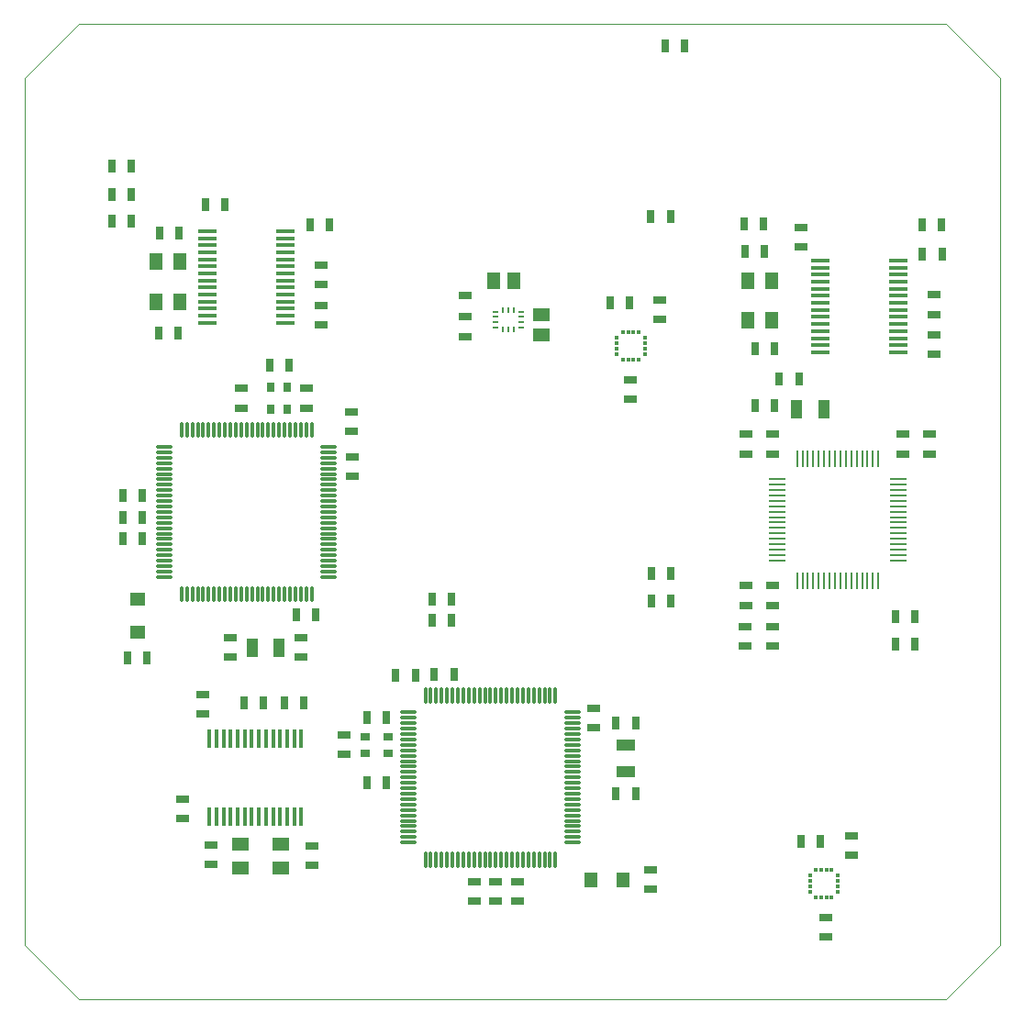
<source format=gtp>
G75*
%MOIN*%
%OFA0B0*%
%FSLAX25Y25*%
%IPPOS*%
%LPD*%
%AMOC8*
5,1,8,0,0,1.08239X$1,22.5*
%
%ADD10R,0.04724X0.03150*%
%ADD11R,0.03150X0.04724*%
%ADD12R,0.03937X0.07087*%
%ADD13R,0.03150X0.03543*%
%ADD14C,0.01181*%
%ADD15C,0.00000*%
%ADD16R,0.06102X0.00984*%
%ADD17R,0.00984X0.06102*%
%ADD18R,0.06890X0.01575*%
%ADD19R,0.04921X0.06299*%
%ADD20R,0.00984X0.03937*%
%ADD21R,0.03937X0.00984*%
%ADD22R,0.07087X0.03937*%
%ADD23R,0.01575X0.06890*%
%ADD24R,0.06299X0.04921*%
%ADD25R,0.03543X0.03150*%
%ADD26R,0.05512X0.04724*%
%ADD27R,0.04724X0.05512*%
%ADD28R,0.01770X0.01180*%
%ADD29R,0.01180X0.01770*%
%ADD30R,0.05118X0.05906*%
%ADD31R,0.05906X0.05118*%
%ADD32R,0.00984X0.01870*%
%ADD33R,0.01870X0.00984*%
%ADD34R,0.05118X0.02756*%
D10*
X0072758Y0072760D03*
X0072758Y0079847D03*
X0083093Y0063115D03*
X0083093Y0056028D03*
X0119510Y0055693D03*
X0119510Y0062780D03*
X0131321Y0095969D03*
X0131321Y0103056D03*
X0115573Y0131402D03*
X0115573Y0138489D03*
X0089983Y0138489D03*
X0089983Y0131402D03*
X0080140Y0117741D03*
X0080140Y0110654D03*
X0134430Y0197081D03*
X0134430Y0204167D03*
X0134134Y0213497D03*
X0134134Y0220583D03*
X0117542Y0221953D03*
X0117542Y0229040D03*
X0122955Y0252052D03*
X0122955Y0259138D03*
X0122955Y0266658D03*
X0122955Y0273745D03*
X0093920Y0229040D03*
X0093920Y0221953D03*
X0221872Y0112898D03*
X0221872Y0105812D03*
X0242594Y0054215D03*
X0242594Y0047128D03*
X0194313Y0049906D03*
X0194313Y0042819D03*
X0186439Y0042819D03*
X0186439Y0049906D03*
X0178565Y0049906D03*
X0178565Y0042819D03*
X0276991Y0135339D03*
X0276991Y0142426D03*
X0277180Y0150287D03*
X0277180Y0157374D03*
X0287022Y0157374D03*
X0287022Y0150287D03*
X0286833Y0142426D03*
X0286833Y0135339D03*
X0287022Y0205248D03*
X0287022Y0212334D03*
X0277180Y0212334D03*
X0277180Y0205248D03*
X0235471Y0225174D03*
X0235471Y0232260D03*
X0245861Y0254036D03*
X0245861Y0261123D03*
X0297357Y0280543D03*
X0297357Y0287630D03*
X0345585Y0263023D03*
X0345585Y0255937D03*
X0345585Y0248417D03*
X0345585Y0241330D03*
X0344109Y0212334D03*
X0344109Y0205248D03*
X0334266Y0205248D03*
X0334266Y0212334D03*
X0315729Y0066560D03*
X0315729Y0059473D03*
X0306394Y0036906D03*
X0306394Y0029819D03*
D11*
X0304362Y0064632D03*
X0297276Y0064632D03*
X0237227Y0081796D03*
X0230140Y0081796D03*
X0230140Y0107386D03*
X0237227Y0107386D03*
X0242983Y0151780D03*
X0250069Y0151780D03*
X0250069Y0161906D03*
X0242983Y0161906D03*
X0280605Y0222649D03*
X0287691Y0222649D03*
X0289463Y0232492D03*
X0296550Y0232492D03*
X0287691Y0243319D03*
X0280605Y0243319D03*
X0284089Y0278752D03*
X0277002Y0278752D03*
X0276676Y0288832D03*
X0283762Y0288832D03*
X0249836Y0291623D03*
X0242750Y0291623D03*
X0235077Y0260213D03*
X0227991Y0260213D03*
X0247857Y0353449D03*
X0254943Y0353449D03*
X0341361Y0288489D03*
X0348447Y0288489D03*
X0348557Y0277767D03*
X0341471Y0277767D03*
X0338762Y0146032D03*
X0331676Y0146032D03*
X0331676Y0136032D03*
X0338762Y0136032D03*
X0171170Y0125065D03*
X0164083Y0125065D03*
X0157154Y0124725D03*
X0150068Y0124725D03*
X0146676Y0109355D03*
X0139589Y0109355D03*
X0139589Y0085733D03*
X0146676Y0085733D03*
X0116577Y0114768D03*
X0109491Y0114768D03*
X0101971Y0114768D03*
X0094884Y0114768D03*
X0113998Y0146756D03*
X0121085Y0146756D03*
X0163180Y0144725D03*
X0170266Y0144725D03*
X0170266Y0152599D03*
X0163180Y0152599D03*
X0111243Y0237308D03*
X0104156Y0237308D03*
X0070967Y0249119D03*
X0063880Y0249119D03*
X0064215Y0285536D03*
X0071302Y0285536D03*
X0080947Y0295871D03*
X0088034Y0295871D03*
X0118841Y0288489D03*
X0125928Y0288489D03*
X0053942Y0289802D03*
X0046855Y0289802D03*
X0046918Y0299484D03*
X0054005Y0299484D03*
X0054090Y0309802D03*
X0047003Y0309802D03*
X0051006Y0190064D03*
X0058093Y0190064D03*
X0058093Y0182189D03*
X0051006Y0182189D03*
X0051006Y0174315D03*
X0058093Y0174315D03*
X0059762Y0131232D03*
X0052676Y0131232D03*
D12*
X0097857Y0134945D03*
X0107699Y0134945D03*
X0295723Y0221311D03*
X0305565Y0221311D03*
D13*
X0110652Y0221363D03*
X0104746Y0221363D03*
X0104746Y0229630D03*
X0110652Y0229630D03*
D14*
X0109668Y0216245D02*
X0109668Y0211717D01*
X0109668Y0211717D01*
X0109668Y0216245D01*
X0109668Y0216245D01*
X0109668Y0212897D02*
X0109668Y0212897D01*
X0109668Y0214077D02*
X0109668Y0214077D01*
X0109668Y0215257D02*
X0109668Y0215257D01*
X0111636Y0216245D02*
X0111636Y0211717D01*
X0111636Y0211717D01*
X0111636Y0216245D01*
X0111636Y0216245D01*
X0111636Y0212897D02*
X0111636Y0212897D01*
X0111636Y0214077D02*
X0111636Y0214077D01*
X0111636Y0215257D02*
X0111636Y0215257D01*
X0113605Y0216245D02*
X0113605Y0211717D01*
X0113605Y0211717D01*
X0113605Y0216245D01*
X0113605Y0216245D01*
X0113605Y0212897D02*
X0113605Y0212897D01*
X0113605Y0214077D02*
X0113605Y0214077D01*
X0113605Y0215257D02*
X0113605Y0215257D01*
X0115573Y0216245D02*
X0115573Y0211717D01*
X0115573Y0211717D01*
X0115573Y0216245D01*
X0115573Y0216245D01*
X0115573Y0212897D02*
X0115573Y0212897D01*
X0115573Y0214077D02*
X0115573Y0214077D01*
X0115573Y0215257D02*
X0115573Y0215257D01*
X0117542Y0216245D02*
X0117542Y0211717D01*
X0117542Y0211717D01*
X0117542Y0216245D01*
X0117542Y0216245D01*
X0117542Y0212897D02*
X0117542Y0212897D01*
X0117542Y0214077D02*
X0117542Y0214077D01*
X0117542Y0215257D02*
X0117542Y0215257D01*
X0119510Y0216245D02*
X0119510Y0211717D01*
X0119510Y0211717D01*
X0119510Y0216245D01*
X0119510Y0216245D01*
X0119510Y0212897D02*
X0119510Y0212897D01*
X0119510Y0214077D02*
X0119510Y0214077D01*
X0119510Y0215257D02*
X0119510Y0215257D01*
X0123447Y0207780D02*
X0127975Y0207780D01*
X0127975Y0207780D01*
X0123447Y0207780D01*
X0123447Y0207780D01*
X0123447Y0205812D02*
X0127975Y0205812D01*
X0127975Y0205812D01*
X0123447Y0205812D01*
X0123447Y0205812D01*
X0123447Y0203843D02*
X0127975Y0203843D01*
X0127975Y0203843D01*
X0123447Y0203843D01*
X0123447Y0203843D01*
X0123447Y0201875D02*
X0127975Y0201875D01*
X0127975Y0201875D01*
X0123447Y0201875D01*
X0123447Y0201875D01*
X0123447Y0199906D02*
X0127975Y0199906D01*
X0127975Y0199906D01*
X0123447Y0199906D01*
X0123447Y0199906D01*
X0123447Y0197938D02*
X0127975Y0197938D01*
X0127975Y0197938D01*
X0123447Y0197938D01*
X0123447Y0197938D01*
X0123447Y0195969D02*
X0127975Y0195969D01*
X0127975Y0195969D01*
X0123447Y0195969D01*
X0123447Y0195969D01*
X0123447Y0194001D02*
X0127975Y0194001D01*
X0127975Y0194001D01*
X0123447Y0194001D01*
X0123447Y0194001D01*
X0123447Y0192032D02*
X0127975Y0192032D01*
X0127975Y0192032D01*
X0123447Y0192032D01*
X0123447Y0192032D01*
X0123447Y0190064D02*
X0127975Y0190064D01*
X0127975Y0190064D01*
X0123447Y0190064D01*
X0123447Y0190064D01*
X0123447Y0188095D02*
X0127975Y0188095D01*
X0127975Y0188095D01*
X0123447Y0188095D01*
X0123447Y0188095D01*
X0123447Y0186127D02*
X0127975Y0186127D01*
X0127975Y0186127D01*
X0123447Y0186127D01*
X0123447Y0186127D01*
X0123447Y0184158D02*
X0127975Y0184158D01*
X0127975Y0184158D01*
X0123447Y0184158D01*
X0123447Y0184158D01*
X0123447Y0182189D02*
X0127975Y0182189D01*
X0127975Y0182189D01*
X0123447Y0182189D01*
X0123447Y0182189D01*
X0123447Y0180221D02*
X0127975Y0180221D01*
X0127975Y0180221D01*
X0123447Y0180221D01*
X0123447Y0180221D01*
X0123447Y0178252D02*
X0127975Y0178252D01*
X0127975Y0178252D01*
X0123447Y0178252D01*
X0123447Y0178252D01*
X0123447Y0176284D02*
X0127975Y0176284D01*
X0127975Y0176284D01*
X0123447Y0176284D01*
X0123447Y0176284D01*
X0123447Y0174315D02*
X0127975Y0174315D01*
X0127975Y0174315D01*
X0123447Y0174315D01*
X0123447Y0174315D01*
X0123447Y0172347D02*
X0127975Y0172347D01*
X0127975Y0172347D01*
X0123447Y0172347D01*
X0123447Y0172347D01*
X0123447Y0170378D02*
X0127975Y0170378D01*
X0127975Y0170378D01*
X0123447Y0170378D01*
X0123447Y0170378D01*
X0123447Y0168410D02*
X0127975Y0168410D01*
X0127975Y0168410D01*
X0123447Y0168410D01*
X0123447Y0168410D01*
X0123447Y0166441D02*
X0127975Y0166441D01*
X0127975Y0166441D01*
X0123447Y0166441D01*
X0123447Y0166441D01*
X0123447Y0164473D02*
X0127975Y0164473D01*
X0127975Y0164473D01*
X0123447Y0164473D01*
X0123447Y0164473D01*
X0123447Y0162504D02*
X0127975Y0162504D01*
X0127975Y0162504D01*
X0123447Y0162504D01*
X0123447Y0162504D01*
X0123447Y0160536D02*
X0127975Y0160536D01*
X0127975Y0160536D01*
X0123447Y0160536D01*
X0123447Y0160536D01*
X0119510Y0156599D02*
X0119510Y0152071D01*
X0119510Y0152071D01*
X0119510Y0156599D01*
X0119510Y0156599D01*
X0119510Y0153251D02*
X0119510Y0153251D01*
X0119510Y0154431D02*
X0119510Y0154431D01*
X0119510Y0155611D02*
X0119510Y0155611D01*
X0117542Y0156599D02*
X0117542Y0152071D01*
X0117542Y0152071D01*
X0117542Y0156599D01*
X0117542Y0156599D01*
X0117542Y0153251D02*
X0117542Y0153251D01*
X0117542Y0154431D02*
X0117542Y0154431D01*
X0117542Y0155611D02*
X0117542Y0155611D01*
X0115573Y0156599D02*
X0115573Y0152071D01*
X0115573Y0152071D01*
X0115573Y0156599D01*
X0115573Y0156599D01*
X0115573Y0153251D02*
X0115573Y0153251D01*
X0115573Y0154431D02*
X0115573Y0154431D01*
X0115573Y0155611D02*
X0115573Y0155611D01*
X0113605Y0156599D02*
X0113605Y0152071D01*
X0113605Y0152071D01*
X0113605Y0156599D01*
X0113605Y0156599D01*
X0113605Y0153251D02*
X0113605Y0153251D01*
X0113605Y0154431D02*
X0113605Y0154431D01*
X0113605Y0155611D02*
X0113605Y0155611D01*
X0111636Y0156599D02*
X0111636Y0152071D01*
X0111636Y0152071D01*
X0111636Y0156599D01*
X0111636Y0156599D01*
X0111636Y0153251D02*
X0111636Y0153251D01*
X0111636Y0154431D02*
X0111636Y0154431D01*
X0111636Y0155611D02*
X0111636Y0155611D01*
X0109668Y0156599D02*
X0109668Y0152071D01*
X0109668Y0152071D01*
X0109668Y0156599D01*
X0109668Y0156599D01*
X0109668Y0153251D02*
X0109668Y0153251D01*
X0109668Y0154431D02*
X0109668Y0154431D01*
X0109668Y0155611D02*
X0109668Y0155611D01*
X0107699Y0156599D02*
X0107699Y0152071D01*
X0107699Y0152071D01*
X0107699Y0156599D01*
X0107699Y0156599D01*
X0107699Y0153251D02*
X0107699Y0153251D01*
X0107699Y0154431D02*
X0107699Y0154431D01*
X0107699Y0155611D02*
X0107699Y0155611D01*
X0105731Y0156599D02*
X0105731Y0152071D01*
X0105731Y0152071D01*
X0105731Y0156599D01*
X0105731Y0156599D01*
X0105731Y0153251D02*
X0105731Y0153251D01*
X0105731Y0154431D02*
X0105731Y0154431D01*
X0105731Y0155611D02*
X0105731Y0155611D01*
X0103762Y0156599D02*
X0103762Y0152071D01*
X0103762Y0152071D01*
X0103762Y0156599D01*
X0103762Y0156599D01*
X0103762Y0153251D02*
X0103762Y0153251D01*
X0103762Y0154431D02*
X0103762Y0154431D01*
X0103762Y0155611D02*
X0103762Y0155611D01*
X0101794Y0156599D02*
X0101794Y0152071D01*
X0101794Y0152071D01*
X0101794Y0156599D01*
X0101794Y0156599D01*
X0101794Y0153251D02*
X0101794Y0153251D01*
X0101794Y0154431D02*
X0101794Y0154431D01*
X0101794Y0155611D02*
X0101794Y0155611D01*
X0099825Y0156599D02*
X0099825Y0152071D01*
X0099825Y0152071D01*
X0099825Y0156599D01*
X0099825Y0156599D01*
X0099825Y0153251D02*
X0099825Y0153251D01*
X0099825Y0154431D02*
X0099825Y0154431D01*
X0099825Y0155611D02*
X0099825Y0155611D01*
X0097857Y0156599D02*
X0097857Y0152071D01*
X0097857Y0152071D01*
X0097857Y0156599D01*
X0097857Y0156599D01*
X0097857Y0153251D02*
X0097857Y0153251D01*
X0097857Y0154431D02*
X0097857Y0154431D01*
X0097857Y0155611D02*
X0097857Y0155611D01*
X0095888Y0156599D02*
X0095888Y0152071D01*
X0095888Y0152071D01*
X0095888Y0156599D01*
X0095888Y0156599D01*
X0095888Y0153251D02*
X0095888Y0153251D01*
X0095888Y0154431D02*
X0095888Y0154431D01*
X0095888Y0155611D02*
X0095888Y0155611D01*
X0093920Y0156599D02*
X0093920Y0152071D01*
X0093920Y0152071D01*
X0093920Y0156599D01*
X0093920Y0156599D01*
X0093920Y0153251D02*
X0093920Y0153251D01*
X0093920Y0154431D02*
X0093920Y0154431D01*
X0093920Y0155611D02*
X0093920Y0155611D01*
X0091951Y0156599D02*
X0091951Y0152071D01*
X0091951Y0152071D01*
X0091951Y0156599D01*
X0091951Y0156599D01*
X0091951Y0153251D02*
X0091951Y0153251D01*
X0091951Y0154431D02*
X0091951Y0154431D01*
X0091951Y0155611D02*
X0091951Y0155611D01*
X0089983Y0156599D02*
X0089983Y0152071D01*
X0089983Y0152071D01*
X0089983Y0156599D01*
X0089983Y0156599D01*
X0089983Y0153251D02*
X0089983Y0153251D01*
X0089983Y0154431D02*
X0089983Y0154431D01*
X0089983Y0155611D02*
X0089983Y0155611D01*
X0088014Y0156599D02*
X0088014Y0152071D01*
X0088014Y0152071D01*
X0088014Y0156599D01*
X0088014Y0156599D01*
X0088014Y0153251D02*
X0088014Y0153251D01*
X0088014Y0154431D02*
X0088014Y0154431D01*
X0088014Y0155611D02*
X0088014Y0155611D01*
X0086046Y0156599D02*
X0086046Y0152071D01*
X0086046Y0152071D01*
X0086046Y0156599D01*
X0086046Y0156599D01*
X0086046Y0153251D02*
X0086046Y0153251D01*
X0086046Y0154431D02*
X0086046Y0154431D01*
X0086046Y0155611D02*
X0086046Y0155611D01*
X0084077Y0156599D02*
X0084077Y0152071D01*
X0084077Y0152071D01*
X0084077Y0156599D01*
X0084077Y0156599D01*
X0084077Y0153251D02*
X0084077Y0153251D01*
X0084077Y0154431D02*
X0084077Y0154431D01*
X0084077Y0155611D02*
X0084077Y0155611D01*
X0082109Y0156599D02*
X0082109Y0152071D01*
X0082109Y0152071D01*
X0082109Y0156599D01*
X0082109Y0156599D01*
X0082109Y0153251D02*
X0082109Y0153251D01*
X0082109Y0154431D02*
X0082109Y0154431D01*
X0082109Y0155611D02*
X0082109Y0155611D01*
X0080140Y0156599D02*
X0080140Y0152071D01*
X0080140Y0152071D01*
X0080140Y0156599D01*
X0080140Y0156599D01*
X0080140Y0153251D02*
X0080140Y0153251D01*
X0080140Y0154431D02*
X0080140Y0154431D01*
X0080140Y0155611D02*
X0080140Y0155611D01*
X0078172Y0156599D02*
X0078172Y0152071D01*
X0078172Y0152071D01*
X0078172Y0156599D01*
X0078172Y0156599D01*
X0078172Y0153251D02*
X0078172Y0153251D01*
X0078172Y0154431D02*
X0078172Y0154431D01*
X0078172Y0155611D02*
X0078172Y0155611D01*
X0076203Y0156599D02*
X0076203Y0152071D01*
X0076203Y0152071D01*
X0076203Y0156599D01*
X0076203Y0156599D01*
X0076203Y0153251D02*
X0076203Y0153251D01*
X0076203Y0154431D02*
X0076203Y0154431D01*
X0076203Y0155611D02*
X0076203Y0155611D01*
X0074235Y0156599D02*
X0074235Y0152071D01*
X0074235Y0152071D01*
X0074235Y0156599D01*
X0074235Y0156599D01*
X0074235Y0153251D02*
X0074235Y0153251D01*
X0074235Y0154431D02*
X0074235Y0154431D01*
X0074235Y0155611D02*
X0074235Y0155611D01*
X0072266Y0156599D02*
X0072266Y0152071D01*
X0072266Y0152071D01*
X0072266Y0156599D01*
X0072266Y0156599D01*
X0072266Y0153251D02*
X0072266Y0153251D01*
X0072266Y0154431D02*
X0072266Y0154431D01*
X0072266Y0155611D02*
X0072266Y0155611D01*
X0068329Y0160536D02*
X0063801Y0160536D01*
X0068329Y0160536D02*
X0068329Y0160536D01*
X0063801Y0160536D01*
X0063801Y0160536D01*
X0063801Y0162504D02*
X0068329Y0162504D01*
X0068329Y0162504D01*
X0063801Y0162504D01*
X0063801Y0162504D01*
X0063801Y0164473D02*
X0068329Y0164473D01*
X0068329Y0164473D01*
X0063801Y0164473D01*
X0063801Y0164473D01*
X0063801Y0166441D02*
X0068329Y0166441D01*
X0068329Y0166441D01*
X0063801Y0166441D01*
X0063801Y0166441D01*
X0063801Y0168410D02*
X0068329Y0168410D01*
X0068329Y0168410D01*
X0063801Y0168410D01*
X0063801Y0168410D01*
X0063801Y0170378D02*
X0068329Y0170378D01*
X0068329Y0170378D01*
X0063801Y0170378D01*
X0063801Y0170378D01*
X0063801Y0172347D02*
X0068329Y0172347D01*
X0068329Y0172347D01*
X0063801Y0172347D01*
X0063801Y0172347D01*
X0063801Y0174315D02*
X0068329Y0174315D01*
X0068329Y0174315D01*
X0063801Y0174315D01*
X0063801Y0174315D01*
X0063801Y0176284D02*
X0068329Y0176284D01*
X0068329Y0176284D01*
X0063801Y0176284D01*
X0063801Y0176284D01*
X0063801Y0178252D02*
X0068329Y0178252D01*
X0068329Y0178252D01*
X0063801Y0178252D01*
X0063801Y0178252D01*
X0063801Y0180221D02*
X0068329Y0180221D01*
X0068329Y0180221D01*
X0063801Y0180221D01*
X0063801Y0180221D01*
X0063801Y0182189D02*
X0068329Y0182189D01*
X0068329Y0182189D01*
X0063801Y0182189D01*
X0063801Y0182189D01*
X0063801Y0184158D02*
X0068329Y0184158D01*
X0068329Y0184158D01*
X0063801Y0184158D01*
X0063801Y0184158D01*
X0063801Y0186127D02*
X0068329Y0186127D01*
X0068329Y0186127D01*
X0063801Y0186127D01*
X0063801Y0186127D01*
X0063801Y0188095D02*
X0068329Y0188095D01*
X0068329Y0188095D01*
X0063801Y0188095D01*
X0063801Y0188095D01*
X0063801Y0190064D02*
X0068329Y0190064D01*
X0068329Y0190064D01*
X0063801Y0190064D01*
X0063801Y0190064D01*
X0063801Y0192032D02*
X0068329Y0192032D01*
X0068329Y0192032D01*
X0063801Y0192032D01*
X0063801Y0192032D01*
X0063801Y0194001D02*
X0068329Y0194001D01*
X0068329Y0194001D01*
X0063801Y0194001D01*
X0063801Y0194001D01*
X0063801Y0195969D02*
X0068329Y0195969D01*
X0068329Y0195969D01*
X0063801Y0195969D01*
X0063801Y0195969D01*
X0063801Y0197938D02*
X0068329Y0197938D01*
X0068329Y0197938D01*
X0063801Y0197938D01*
X0063801Y0197938D01*
X0063801Y0199906D02*
X0068329Y0199906D01*
X0068329Y0199906D01*
X0063801Y0199906D01*
X0063801Y0199906D01*
X0063801Y0201875D02*
X0068329Y0201875D01*
X0068329Y0201875D01*
X0063801Y0201875D01*
X0063801Y0201875D01*
X0063801Y0203843D02*
X0068329Y0203843D01*
X0068329Y0203843D01*
X0063801Y0203843D01*
X0063801Y0203843D01*
X0063801Y0205812D02*
X0068329Y0205812D01*
X0068329Y0205812D01*
X0063801Y0205812D01*
X0063801Y0205812D01*
X0063801Y0207780D02*
X0068329Y0207780D01*
X0068329Y0207780D01*
X0063801Y0207780D01*
X0063801Y0207780D01*
X0072266Y0211717D02*
X0072266Y0216245D01*
X0072266Y0211717D02*
X0072266Y0211717D01*
X0072266Y0216245D01*
X0072266Y0216245D01*
X0072266Y0212897D02*
X0072266Y0212897D01*
X0072266Y0214077D02*
X0072266Y0214077D01*
X0072266Y0215257D02*
X0072266Y0215257D01*
X0074235Y0216245D02*
X0074235Y0211717D01*
X0074235Y0211717D01*
X0074235Y0216245D01*
X0074235Y0216245D01*
X0074235Y0212897D02*
X0074235Y0212897D01*
X0074235Y0214077D02*
X0074235Y0214077D01*
X0074235Y0215257D02*
X0074235Y0215257D01*
X0076203Y0216245D02*
X0076203Y0211717D01*
X0076203Y0211717D01*
X0076203Y0216245D01*
X0076203Y0216245D01*
X0076203Y0212897D02*
X0076203Y0212897D01*
X0076203Y0214077D02*
X0076203Y0214077D01*
X0076203Y0215257D02*
X0076203Y0215257D01*
X0078172Y0216245D02*
X0078172Y0211717D01*
X0078172Y0211717D01*
X0078172Y0216245D01*
X0078172Y0216245D01*
X0078172Y0212897D02*
X0078172Y0212897D01*
X0078172Y0214077D02*
X0078172Y0214077D01*
X0078172Y0215257D02*
X0078172Y0215257D01*
X0080140Y0216245D02*
X0080140Y0211717D01*
X0080140Y0211717D01*
X0080140Y0216245D01*
X0080140Y0216245D01*
X0080140Y0212897D02*
X0080140Y0212897D01*
X0080140Y0214077D02*
X0080140Y0214077D01*
X0080140Y0215257D02*
X0080140Y0215257D01*
X0082109Y0216245D02*
X0082109Y0211717D01*
X0082109Y0211717D01*
X0082109Y0216245D01*
X0082109Y0216245D01*
X0082109Y0212897D02*
X0082109Y0212897D01*
X0082109Y0214077D02*
X0082109Y0214077D01*
X0082109Y0215257D02*
X0082109Y0215257D01*
X0084077Y0216245D02*
X0084077Y0211717D01*
X0084077Y0211717D01*
X0084077Y0216245D01*
X0084077Y0216245D01*
X0084077Y0212897D02*
X0084077Y0212897D01*
X0084077Y0214077D02*
X0084077Y0214077D01*
X0084077Y0215257D02*
X0084077Y0215257D01*
X0086046Y0216245D02*
X0086046Y0211717D01*
X0086046Y0211717D01*
X0086046Y0216245D01*
X0086046Y0216245D01*
X0086046Y0212897D02*
X0086046Y0212897D01*
X0086046Y0214077D02*
X0086046Y0214077D01*
X0086046Y0215257D02*
X0086046Y0215257D01*
X0088014Y0216245D02*
X0088014Y0211717D01*
X0088014Y0211717D01*
X0088014Y0216245D01*
X0088014Y0216245D01*
X0088014Y0212897D02*
X0088014Y0212897D01*
X0088014Y0214077D02*
X0088014Y0214077D01*
X0088014Y0215257D02*
X0088014Y0215257D01*
X0089983Y0216245D02*
X0089983Y0211717D01*
X0089983Y0211717D01*
X0089983Y0216245D01*
X0089983Y0216245D01*
X0089983Y0212897D02*
X0089983Y0212897D01*
X0089983Y0214077D02*
X0089983Y0214077D01*
X0089983Y0215257D02*
X0089983Y0215257D01*
X0091951Y0216245D02*
X0091951Y0211717D01*
X0091951Y0211717D01*
X0091951Y0216245D01*
X0091951Y0216245D01*
X0091951Y0212897D02*
X0091951Y0212897D01*
X0091951Y0214077D02*
X0091951Y0214077D01*
X0091951Y0215257D02*
X0091951Y0215257D01*
X0093920Y0216245D02*
X0093920Y0211717D01*
X0093920Y0211717D01*
X0093920Y0216245D01*
X0093920Y0216245D01*
X0093920Y0212897D02*
X0093920Y0212897D01*
X0093920Y0214077D02*
X0093920Y0214077D01*
X0093920Y0215257D02*
X0093920Y0215257D01*
X0095888Y0216245D02*
X0095888Y0211717D01*
X0095888Y0211717D01*
X0095888Y0216245D01*
X0095888Y0216245D01*
X0095888Y0212897D02*
X0095888Y0212897D01*
X0095888Y0214077D02*
X0095888Y0214077D01*
X0095888Y0215257D02*
X0095888Y0215257D01*
X0097857Y0216245D02*
X0097857Y0211717D01*
X0097857Y0211717D01*
X0097857Y0216245D01*
X0097857Y0216245D01*
X0097857Y0212897D02*
X0097857Y0212897D01*
X0097857Y0214077D02*
X0097857Y0214077D01*
X0097857Y0215257D02*
X0097857Y0215257D01*
X0099825Y0216245D02*
X0099825Y0211717D01*
X0099825Y0211717D01*
X0099825Y0216245D01*
X0099825Y0216245D01*
X0099825Y0212897D02*
X0099825Y0212897D01*
X0099825Y0214077D02*
X0099825Y0214077D01*
X0099825Y0215257D02*
X0099825Y0215257D01*
X0101794Y0216245D02*
X0101794Y0211717D01*
X0101794Y0211717D01*
X0101794Y0216245D01*
X0101794Y0216245D01*
X0101794Y0212897D02*
X0101794Y0212897D01*
X0101794Y0214077D02*
X0101794Y0214077D01*
X0101794Y0215257D02*
X0101794Y0215257D01*
X0103762Y0216245D02*
X0103762Y0211717D01*
X0103762Y0211717D01*
X0103762Y0216245D01*
X0103762Y0216245D01*
X0103762Y0212897D02*
X0103762Y0212897D01*
X0103762Y0214077D02*
X0103762Y0214077D01*
X0103762Y0215257D02*
X0103762Y0215257D01*
X0105731Y0216245D02*
X0105731Y0211717D01*
X0105731Y0211717D01*
X0105731Y0216245D01*
X0105731Y0216245D01*
X0105731Y0212897D02*
X0105731Y0212897D01*
X0105731Y0214077D02*
X0105731Y0214077D01*
X0105731Y0215257D02*
X0105731Y0215257D01*
X0107699Y0216245D02*
X0107699Y0211717D01*
X0107699Y0211717D01*
X0107699Y0216245D01*
X0107699Y0216245D01*
X0107699Y0212897D02*
X0107699Y0212897D01*
X0107699Y0214077D02*
X0107699Y0214077D01*
X0107699Y0215257D02*
X0107699Y0215257D01*
X0160849Y0119788D02*
X0160849Y0115260D01*
X0160849Y0119788D02*
X0160849Y0119788D01*
X0160849Y0115260D01*
X0160849Y0115260D01*
X0160849Y0116440D02*
X0160849Y0116440D01*
X0160849Y0117620D02*
X0160849Y0117620D01*
X0160849Y0118800D02*
X0160849Y0118800D01*
X0162817Y0119788D02*
X0162817Y0115260D01*
X0162817Y0119788D02*
X0162817Y0119788D01*
X0162817Y0115260D01*
X0162817Y0115260D01*
X0162817Y0116440D02*
X0162817Y0116440D01*
X0162817Y0117620D02*
X0162817Y0117620D01*
X0162817Y0118800D02*
X0162817Y0118800D01*
X0164786Y0119788D02*
X0164786Y0115260D01*
X0164786Y0119788D02*
X0164786Y0119788D01*
X0164786Y0115260D01*
X0164786Y0115260D01*
X0164786Y0116440D02*
X0164786Y0116440D01*
X0164786Y0117620D02*
X0164786Y0117620D01*
X0164786Y0118800D02*
X0164786Y0118800D01*
X0166754Y0119788D02*
X0166754Y0115260D01*
X0166754Y0119788D02*
X0166754Y0119788D01*
X0166754Y0115260D01*
X0166754Y0115260D01*
X0166754Y0116440D02*
X0166754Y0116440D01*
X0166754Y0117620D02*
X0166754Y0117620D01*
X0166754Y0118800D02*
X0166754Y0118800D01*
X0168723Y0119788D02*
X0168723Y0115260D01*
X0168723Y0119788D02*
X0168723Y0119788D01*
X0168723Y0115260D01*
X0168723Y0115260D01*
X0168723Y0116440D02*
X0168723Y0116440D01*
X0168723Y0117620D02*
X0168723Y0117620D01*
X0168723Y0118800D02*
X0168723Y0118800D01*
X0170691Y0119788D02*
X0170691Y0115260D01*
X0170691Y0119788D02*
X0170691Y0119788D01*
X0170691Y0115260D01*
X0170691Y0115260D01*
X0170691Y0116440D02*
X0170691Y0116440D01*
X0170691Y0117620D02*
X0170691Y0117620D01*
X0170691Y0118800D02*
X0170691Y0118800D01*
X0172660Y0119788D02*
X0172660Y0115260D01*
X0172660Y0119788D02*
X0172660Y0119788D01*
X0172660Y0115260D01*
X0172660Y0115260D01*
X0172660Y0116440D02*
X0172660Y0116440D01*
X0172660Y0117620D02*
X0172660Y0117620D01*
X0172660Y0118800D02*
X0172660Y0118800D01*
X0174628Y0119788D02*
X0174628Y0115260D01*
X0174628Y0119788D02*
X0174628Y0119788D01*
X0174628Y0115260D01*
X0174628Y0115260D01*
X0174628Y0116440D02*
X0174628Y0116440D01*
X0174628Y0117620D02*
X0174628Y0117620D01*
X0174628Y0118800D02*
X0174628Y0118800D01*
X0176597Y0119788D02*
X0176597Y0115260D01*
X0176597Y0119788D02*
X0176597Y0119788D01*
X0176597Y0115260D01*
X0176597Y0115260D01*
X0176597Y0116440D02*
X0176597Y0116440D01*
X0176597Y0117620D02*
X0176597Y0117620D01*
X0176597Y0118800D02*
X0176597Y0118800D01*
X0178565Y0119788D02*
X0178565Y0115260D01*
X0178565Y0119788D02*
X0178565Y0119788D01*
X0178565Y0115260D01*
X0178565Y0115260D01*
X0178565Y0116440D02*
X0178565Y0116440D01*
X0178565Y0117620D02*
X0178565Y0117620D01*
X0178565Y0118800D02*
X0178565Y0118800D01*
X0180534Y0119788D02*
X0180534Y0115260D01*
X0180534Y0119788D02*
X0180534Y0119788D01*
X0180534Y0115260D01*
X0180534Y0115260D01*
X0180534Y0116440D02*
X0180534Y0116440D01*
X0180534Y0117620D02*
X0180534Y0117620D01*
X0180534Y0118800D02*
X0180534Y0118800D01*
X0182502Y0119788D02*
X0182502Y0115260D01*
X0182502Y0119788D02*
X0182502Y0119788D01*
X0182502Y0115260D01*
X0182502Y0115260D01*
X0182502Y0116440D02*
X0182502Y0116440D01*
X0182502Y0117620D02*
X0182502Y0117620D01*
X0182502Y0118800D02*
X0182502Y0118800D01*
X0184471Y0119788D02*
X0184471Y0115260D01*
X0184471Y0119788D02*
X0184471Y0119788D01*
X0184471Y0115260D01*
X0184471Y0115260D01*
X0184471Y0116440D02*
X0184471Y0116440D01*
X0184471Y0117620D02*
X0184471Y0117620D01*
X0184471Y0118800D02*
X0184471Y0118800D01*
X0186439Y0119788D02*
X0186439Y0115260D01*
X0186439Y0119788D02*
X0186439Y0119788D01*
X0186439Y0115260D01*
X0186439Y0115260D01*
X0186439Y0116440D02*
X0186439Y0116440D01*
X0186439Y0117620D02*
X0186439Y0117620D01*
X0186439Y0118800D02*
X0186439Y0118800D01*
X0188408Y0119788D02*
X0188408Y0115260D01*
X0188408Y0119788D02*
X0188408Y0119788D01*
X0188408Y0115260D01*
X0188408Y0115260D01*
X0188408Y0116440D02*
X0188408Y0116440D01*
X0188408Y0117620D02*
X0188408Y0117620D01*
X0188408Y0118800D02*
X0188408Y0118800D01*
X0190376Y0119788D02*
X0190376Y0115260D01*
X0190376Y0119788D02*
X0190376Y0119788D01*
X0190376Y0115260D01*
X0190376Y0115260D01*
X0190376Y0116440D02*
X0190376Y0116440D01*
X0190376Y0117620D02*
X0190376Y0117620D01*
X0190376Y0118800D02*
X0190376Y0118800D01*
X0192345Y0119788D02*
X0192345Y0115260D01*
X0192345Y0119788D02*
X0192345Y0119788D01*
X0192345Y0115260D01*
X0192345Y0115260D01*
X0192345Y0116440D02*
X0192345Y0116440D01*
X0192345Y0117620D02*
X0192345Y0117620D01*
X0192345Y0118800D02*
X0192345Y0118800D01*
X0194313Y0119788D02*
X0194313Y0115260D01*
X0194313Y0119788D02*
X0194313Y0119788D01*
X0194313Y0115260D01*
X0194313Y0115260D01*
X0194313Y0116440D02*
X0194313Y0116440D01*
X0194313Y0117620D02*
X0194313Y0117620D01*
X0194313Y0118800D02*
X0194313Y0118800D01*
X0196282Y0119788D02*
X0196282Y0115260D01*
X0196282Y0119788D02*
X0196282Y0119788D01*
X0196282Y0115260D01*
X0196282Y0115260D01*
X0196282Y0116440D02*
X0196282Y0116440D01*
X0196282Y0117620D02*
X0196282Y0117620D01*
X0196282Y0118800D02*
X0196282Y0118800D01*
X0198250Y0119788D02*
X0198250Y0115260D01*
X0198250Y0119788D02*
X0198250Y0119788D01*
X0198250Y0115260D01*
X0198250Y0115260D01*
X0198250Y0116440D02*
X0198250Y0116440D01*
X0198250Y0117620D02*
X0198250Y0117620D01*
X0198250Y0118800D02*
X0198250Y0118800D01*
X0200219Y0119788D02*
X0200219Y0115260D01*
X0200219Y0119788D02*
X0200219Y0119788D01*
X0200219Y0115260D01*
X0200219Y0115260D01*
X0200219Y0116440D02*
X0200219Y0116440D01*
X0200219Y0117620D02*
X0200219Y0117620D01*
X0200219Y0118800D02*
X0200219Y0118800D01*
X0202187Y0119788D02*
X0202187Y0115260D01*
X0202187Y0119788D02*
X0202187Y0119788D01*
X0202187Y0115260D01*
X0202187Y0115260D01*
X0202187Y0116440D02*
X0202187Y0116440D01*
X0202187Y0117620D02*
X0202187Y0117620D01*
X0202187Y0118800D02*
X0202187Y0118800D01*
X0204156Y0119788D02*
X0204156Y0115260D01*
X0204156Y0119788D02*
X0204156Y0119788D01*
X0204156Y0115260D01*
X0204156Y0115260D01*
X0204156Y0116440D02*
X0204156Y0116440D01*
X0204156Y0117620D02*
X0204156Y0117620D01*
X0204156Y0118800D02*
X0204156Y0118800D01*
X0206124Y0119788D02*
X0206124Y0115260D01*
X0206124Y0119788D02*
X0206124Y0119788D01*
X0206124Y0115260D01*
X0206124Y0115260D01*
X0206124Y0116440D02*
X0206124Y0116440D01*
X0206124Y0117620D02*
X0206124Y0117620D01*
X0206124Y0118800D02*
X0206124Y0118800D01*
X0208093Y0119788D02*
X0208093Y0115260D01*
X0208093Y0119788D02*
X0208093Y0119788D01*
X0208093Y0115260D01*
X0208093Y0115260D01*
X0208093Y0116440D02*
X0208093Y0116440D01*
X0208093Y0117620D02*
X0208093Y0117620D01*
X0208093Y0118800D02*
X0208093Y0118800D01*
X0212030Y0111323D02*
X0216558Y0111323D01*
X0216558Y0111323D01*
X0212030Y0111323D01*
X0212030Y0111323D01*
X0212030Y0109355D02*
X0216558Y0109355D01*
X0216558Y0109355D01*
X0212030Y0109355D01*
X0212030Y0109355D01*
X0212030Y0107386D02*
X0216558Y0107386D01*
X0216558Y0107386D01*
X0212030Y0107386D01*
X0212030Y0107386D01*
X0212030Y0105418D02*
X0216558Y0105418D01*
X0216558Y0105418D01*
X0212030Y0105418D01*
X0212030Y0105418D01*
X0212030Y0103449D02*
X0216558Y0103449D01*
X0216558Y0103449D01*
X0212030Y0103449D01*
X0212030Y0103449D01*
X0212030Y0101481D02*
X0216558Y0101481D01*
X0216558Y0101481D01*
X0212030Y0101481D01*
X0212030Y0101481D01*
X0212030Y0099512D02*
X0216558Y0099512D01*
X0216558Y0099512D01*
X0212030Y0099512D01*
X0212030Y0099512D01*
X0212030Y0097544D02*
X0216558Y0097544D01*
X0216558Y0097544D01*
X0212030Y0097544D01*
X0212030Y0097544D01*
X0212030Y0095575D02*
X0216558Y0095575D01*
X0216558Y0095575D01*
X0212030Y0095575D01*
X0212030Y0095575D01*
X0212030Y0093607D02*
X0216558Y0093607D01*
X0216558Y0093607D01*
X0212030Y0093607D01*
X0212030Y0093607D01*
X0212030Y0091638D02*
X0216558Y0091638D01*
X0216558Y0091638D01*
X0212030Y0091638D01*
X0212030Y0091638D01*
X0212030Y0089670D02*
X0216558Y0089670D01*
X0216558Y0089670D01*
X0212030Y0089670D01*
X0212030Y0089670D01*
X0212030Y0087701D02*
X0216558Y0087701D01*
X0216558Y0087701D01*
X0212030Y0087701D01*
X0212030Y0087701D01*
X0212030Y0085733D02*
X0216558Y0085733D01*
X0216558Y0085733D01*
X0212030Y0085733D01*
X0212030Y0085733D01*
X0212030Y0083764D02*
X0216558Y0083764D01*
X0216558Y0083764D01*
X0212030Y0083764D01*
X0212030Y0083764D01*
X0212030Y0081796D02*
X0216558Y0081796D01*
X0216558Y0081796D01*
X0212030Y0081796D01*
X0212030Y0081796D01*
X0212030Y0079827D02*
X0216558Y0079827D01*
X0216558Y0079827D01*
X0212030Y0079827D01*
X0212030Y0079827D01*
X0212030Y0077859D02*
X0216558Y0077859D01*
X0216558Y0077859D01*
X0212030Y0077859D01*
X0212030Y0077859D01*
X0212030Y0075890D02*
X0216558Y0075890D01*
X0216558Y0075890D01*
X0212030Y0075890D01*
X0212030Y0075890D01*
X0212030Y0073922D02*
X0216558Y0073922D01*
X0216558Y0073922D01*
X0212030Y0073922D01*
X0212030Y0073922D01*
X0212030Y0071953D02*
X0216558Y0071953D01*
X0216558Y0071953D01*
X0212030Y0071953D01*
X0212030Y0071953D01*
X0212030Y0069985D02*
X0216558Y0069985D01*
X0216558Y0069985D01*
X0212030Y0069985D01*
X0212030Y0069985D01*
X0212030Y0068016D02*
X0216558Y0068016D01*
X0216558Y0068016D01*
X0212030Y0068016D01*
X0212030Y0068016D01*
X0212030Y0066048D02*
X0216558Y0066048D01*
X0216558Y0066048D01*
X0212030Y0066048D01*
X0212030Y0066048D01*
X0212030Y0064079D02*
X0216558Y0064079D01*
X0216558Y0064079D01*
X0212030Y0064079D01*
X0212030Y0064079D01*
X0208093Y0060142D02*
X0208093Y0055614D01*
X0208093Y0060142D02*
X0208093Y0060142D01*
X0208093Y0055614D01*
X0208093Y0055614D01*
X0208093Y0056794D02*
X0208093Y0056794D01*
X0208093Y0057974D02*
X0208093Y0057974D01*
X0208093Y0059154D02*
X0208093Y0059154D01*
X0206124Y0060142D02*
X0206124Y0055614D01*
X0206124Y0060142D02*
X0206124Y0060142D01*
X0206124Y0055614D01*
X0206124Y0055614D01*
X0206124Y0056794D02*
X0206124Y0056794D01*
X0206124Y0057974D02*
X0206124Y0057974D01*
X0206124Y0059154D02*
X0206124Y0059154D01*
X0204156Y0060142D02*
X0204156Y0055614D01*
X0204156Y0060142D02*
X0204156Y0060142D01*
X0204156Y0055614D01*
X0204156Y0055614D01*
X0204156Y0056794D02*
X0204156Y0056794D01*
X0204156Y0057974D02*
X0204156Y0057974D01*
X0204156Y0059154D02*
X0204156Y0059154D01*
X0202187Y0060142D02*
X0202187Y0055614D01*
X0202187Y0060142D02*
X0202187Y0060142D01*
X0202187Y0055614D01*
X0202187Y0055614D01*
X0202187Y0056794D02*
X0202187Y0056794D01*
X0202187Y0057974D02*
X0202187Y0057974D01*
X0202187Y0059154D02*
X0202187Y0059154D01*
X0200219Y0060142D02*
X0200219Y0055614D01*
X0200219Y0060142D02*
X0200219Y0060142D01*
X0200219Y0055614D01*
X0200219Y0055614D01*
X0200219Y0056794D02*
X0200219Y0056794D01*
X0200219Y0057974D02*
X0200219Y0057974D01*
X0200219Y0059154D02*
X0200219Y0059154D01*
X0198250Y0060142D02*
X0198250Y0055614D01*
X0198250Y0060142D02*
X0198250Y0060142D01*
X0198250Y0055614D01*
X0198250Y0055614D01*
X0198250Y0056794D02*
X0198250Y0056794D01*
X0198250Y0057974D02*
X0198250Y0057974D01*
X0198250Y0059154D02*
X0198250Y0059154D01*
X0196282Y0060142D02*
X0196282Y0055614D01*
X0196282Y0060142D02*
X0196282Y0060142D01*
X0196282Y0055614D01*
X0196282Y0055614D01*
X0196282Y0056794D02*
X0196282Y0056794D01*
X0196282Y0057974D02*
X0196282Y0057974D01*
X0196282Y0059154D02*
X0196282Y0059154D01*
X0194313Y0060142D02*
X0194313Y0055614D01*
X0194313Y0060142D02*
X0194313Y0060142D01*
X0194313Y0055614D01*
X0194313Y0055614D01*
X0194313Y0056794D02*
X0194313Y0056794D01*
X0194313Y0057974D02*
X0194313Y0057974D01*
X0194313Y0059154D02*
X0194313Y0059154D01*
X0192345Y0060142D02*
X0192345Y0055614D01*
X0192345Y0060142D02*
X0192345Y0060142D01*
X0192345Y0055614D01*
X0192345Y0055614D01*
X0192345Y0056794D02*
X0192345Y0056794D01*
X0192345Y0057974D02*
X0192345Y0057974D01*
X0192345Y0059154D02*
X0192345Y0059154D01*
X0190376Y0060142D02*
X0190376Y0055614D01*
X0190376Y0060142D02*
X0190376Y0060142D01*
X0190376Y0055614D01*
X0190376Y0055614D01*
X0190376Y0056794D02*
X0190376Y0056794D01*
X0190376Y0057974D02*
X0190376Y0057974D01*
X0190376Y0059154D02*
X0190376Y0059154D01*
X0188408Y0060142D02*
X0188408Y0055614D01*
X0188408Y0060142D02*
X0188408Y0060142D01*
X0188408Y0055614D01*
X0188408Y0055614D01*
X0188408Y0056794D02*
X0188408Y0056794D01*
X0188408Y0057974D02*
X0188408Y0057974D01*
X0188408Y0059154D02*
X0188408Y0059154D01*
X0186439Y0060142D02*
X0186439Y0055614D01*
X0186439Y0060142D02*
X0186439Y0060142D01*
X0186439Y0055614D01*
X0186439Y0055614D01*
X0186439Y0056794D02*
X0186439Y0056794D01*
X0186439Y0057974D02*
X0186439Y0057974D01*
X0186439Y0059154D02*
X0186439Y0059154D01*
X0184471Y0060142D02*
X0184471Y0055614D01*
X0184471Y0060142D02*
X0184471Y0060142D01*
X0184471Y0055614D01*
X0184471Y0055614D01*
X0184471Y0056794D02*
X0184471Y0056794D01*
X0184471Y0057974D02*
X0184471Y0057974D01*
X0184471Y0059154D02*
X0184471Y0059154D01*
X0182502Y0060142D02*
X0182502Y0055614D01*
X0182502Y0060142D02*
X0182502Y0060142D01*
X0182502Y0055614D01*
X0182502Y0055614D01*
X0182502Y0056794D02*
X0182502Y0056794D01*
X0182502Y0057974D02*
X0182502Y0057974D01*
X0182502Y0059154D02*
X0182502Y0059154D01*
X0180534Y0060142D02*
X0180534Y0055614D01*
X0180534Y0060142D02*
X0180534Y0060142D01*
X0180534Y0055614D01*
X0180534Y0055614D01*
X0180534Y0056794D02*
X0180534Y0056794D01*
X0180534Y0057974D02*
X0180534Y0057974D01*
X0180534Y0059154D02*
X0180534Y0059154D01*
X0178565Y0060142D02*
X0178565Y0055614D01*
X0178565Y0060142D02*
X0178565Y0060142D01*
X0178565Y0055614D01*
X0178565Y0055614D01*
X0178565Y0056794D02*
X0178565Y0056794D01*
X0178565Y0057974D02*
X0178565Y0057974D01*
X0178565Y0059154D02*
X0178565Y0059154D01*
X0176597Y0060142D02*
X0176597Y0055614D01*
X0176597Y0060142D02*
X0176597Y0060142D01*
X0176597Y0055614D01*
X0176597Y0055614D01*
X0176597Y0056794D02*
X0176597Y0056794D01*
X0176597Y0057974D02*
X0176597Y0057974D01*
X0176597Y0059154D02*
X0176597Y0059154D01*
X0174628Y0060142D02*
X0174628Y0055614D01*
X0174628Y0060142D02*
X0174628Y0060142D01*
X0174628Y0055614D01*
X0174628Y0055614D01*
X0174628Y0056794D02*
X0174628Y0056794D01*
X0174628Y0057974D02*
X0174628Y0057974D01*
X0174628Y0059154D02*
X0174628Y0059154D01*
X0172660Y0060142D02*
X0172660Y0055614D01*
X0172660Y0060142D02*
X0172660Y0060142D01*
X0172660Y0055614D01*
X0172660Y0055614D01*
X0172660Y0056794D02*
X0172660Y0056794D01*
X0172660Y0057974D02*
X0172660Y0057974D01*
X0172660Y0059154D02*
X0172660Y0059154D01*
X0170691Y0060142D02*
X0170691Y0055614D01*
X0170691Y0060142D02*
X0170691Y0060142D01*
X0170691Y0055614D01*
X0170691Y0055614D01*
X0170691Y0056794D02*
X0170691Y0056794D01*
X0170691Y0057974D02*
X0170691Y0057974D01*
X0170691Y0059154D02*
X0170691Y0059154D01*
X0168723Y0060142D02*
X0168723Y0055614D01*
X0168723Y0060142D02*
X0168723Y0060142D01*
X0168723Y0055614D01*
X0168723Y0055614D01*
X0168723Y0056794D02*
X0168723Y0056794D01*
X0168723Y0057974D02*
X0168723Y0057974D01*
X0168723Y0059154D02*
X0168723Y0059154D01*
X0166754Y0060142D02*
X0166754Y0055614D01*
X0166754Y0060142D02*
X0166754Y0060142D01*
X0166754Y0055614D01*
X0166754Y0055614D01*
X0166754Y0056794D02*
X0166754Y0056794D01*
X0166754Y0057974D02*
X0166754Y0057974D01*
X0166754Y0059154D02*
X0166754Y0059154D01*
X0164786Y0060142D02*
X0164786Y0055614D01*
X0164786Y0060142D02*
X0164786Y0060142D01*
X0164786Y0055614D01*
X0164786Y0055614D01*
X0164786Y0056794D02*
X0164786Y0056794D01*
X0164786Y0057974D02*
X0164786Y0057974D01*
X0164786Y0059154D02*
X0164786Y0059154D01*
X0162817Y0060142D02*
X0162817Y0055614D01*
X0162817Y0060142D02*
X0162817Y0060142D01*
X0162817Y0055614D01*
X0162817Y0055614D01*
X0162817Y0056794D02*
X0162817Y0056794D01*
X0162817Y0057974D02*
X0162817Y0057974D01*
X0162817Y0059154D02*
X0162817Y0059154D01*
X0160849Y0060142D02*
X0160849Y0055614D01*
X0160849Y0060142D02*
X0160849Y0060142D01*
X0160849Y0055614D01*
X0160849Y0055614D01*
X0160849Y0056794D02*
X0160849Y0056794D01*
X0160849Y0057974D02*
X0160849Y0057974D01*
X0160849Y0059154D02*
X0160849Y0059154D01*
X0156912Y0064079D02*
X0152384Y0064079D01*
X0156912Y0064079D02*
X0156912Y0064079D01*
X0152384Y0064079D01*
X0152384Y0064079D01*
X0152384Y0066048D02*
X0156912Y0066048D01*
X0156912Y0066048D01*
X0152384Y0066048D01*
X0152384Y0066048D01*
X0152384Y0068016D02*
X0156912Y0068016D01*
X0156912Y0068016D01*
X0152384Y0068016D01*
X0152384Y0068016D01*
X0152384Y0069985D02*
X0156912Y0069985D01*
X0156912Y0069985D01*
X0152384Y0069985D01*
X0152384Y0069985D01*
X0152384Y0071953D02*
X0156912Y0071953D01*
X0156912Y0071953D01*
X0152384Y0071953D01*
X0152384Y0071953D01*
X0152384Y0073922D02*
X0156912Y0073922D01*
X0156912Y0073922D01*
X0152384Y0073922D01*
X0152384Y0073922D01*
X0152384Y0075890D02*
X0156912Y0075890D01*
X0156912Y0075890D01*
X0152384Y0075890D01*
X0152384Y0075890D01*
X0152384Y0077859D02*
X0156912Y0077859D01*
X0156912Y0077859D01*
X0152384Y0077859D01*
X0152384Y0077859D01*
X0152384Y0079827D02*
X0156912Y0079827D01*
X0156912Y0079827D01*
X0152384Y0079827D01*
X0152384Y0079827D01*
X0152384Y0081796D02*
X0156912Y0081796D01*
X0156912Y0081796D01*
X0152384Y0081796D01*
X0152384Y0081796D01*
X0152384Y0083764D02*
X0156912Y0083764D01*
X0156912Y0083764D01*
X0152384Y0083764D01*
X0152384Y0083764D01*
X0152384Y0085733D02*
X0156912Y0085733D01*
X0156912Y0085733D01*
X0152384Y0085733D01*
X0152384Y0085733D01*
X0152384Y0087701D02*
X0156912Y0087701D01*
X0156912Y0087701D01*
X0152384Y0087701D01*
X0152384Y0087701D01*
X0152384Y0089670D02*
X0156912Y0089670D01*
X0156912Y0089670D01*
X0152384Y0089670D01*
X0152384Y0089670D01*
X0152384Y0091638D02*
X0156912Y0091638D01*
X0156912Y0091638D01*
X0152384Y0091638D01*
X0152384Y0091638D01*
X0152384Y0093607D02*
X0156912Y0093607D01*
X0156912Y0093607D01*
X0152384Y0093607D01*
X0152384Y0093607D01*
X0152384Y0095575D02*
X0156912Y0095575D01*
X0156912Y0095575D01*
X0152384Y0095575D01*
X0152384Y0095575D01*
X0152384Y0097544D02*
X0156912Y0097544D01*
X0156912Y0097544D01*
X0152384Y0097544D01*
X0152384Y0097544D01*
X0152384Y0099512D02*
X0156912Y0099512D01*
X0156912Y0099512D01*
X0152384Y0099512D01*
X0152384Y0099512D01*
X0152384Y0101481D02*
X0156912Y0101481D01*
X0156912Y0101481D01*
X0152384Y0101481D01*
X0152384Y0101481D01*
X0152384Y0103449D02*
X0156912Y0103449D01*
X0156912Y0103449D01*
X0152384Y0103449D01*
X0152384Y0103449D01*
X0152384Y0105418D02*
X0156912Y0105418D01*
X0156912Y0105418D01*
X0152384Y0105418D01*
X0152384Y0105418D01*
X0152384Y0107386D02*
X0156912Y0107386D01*
X0156912Y0107386D01*
X0152384Y0107386D01*
X0152384Y0107386D01*
X0152384Y0109355D02*
X0156912Y0109355D01*
X0156912Y0109355D01*
X0152384Y0109355D01*
X0152384Y0109355D01*
X0152384Y0111323D02*
X0156912Y0111323D01*
X0156912Y0111323D01*
X0152384Y0111323D01*
X0152384Y0111323D01*
D15*
X0015180Y0026678D02*
X0015180Y0341638D01*
X0034865Y0361323D01*
X0349825Y0361323D01*
X0369510Y0341638D01*
X0369510Y0026678D01*
X0349825Y0006993D01*
X0034865Y0006993D01*
X0015180Y0026678D01*
D16*
X0288597Y0166547D03*
X0288597Y0168515D03*
X0288597Y0170484D03*
X0288597Y0172452D03*
X0288597Y0174421D03*
X0288597Y0176389D03*
X0288597Y0178358D03*
X0288597Y0180327D03*
X0288597Y0182295D03*
X0288597Y0184264D03*
X0288597Y0186232D03*
X0288597Y0188201D03*
X0288597Y0190169D03*
X0288597Y0192138D03*
X0288597Y0194106D03*
X0288597Y0196075D03*
X0332691Y0196075D03*
X0332691Y0194106D03*
X0332691Y0192138D03*
X0332691Y0190169D03*
X0332691Y0188201D03*
X0332691Y0186232D03*
X0332691Y0184264D03*
X0332691Y0182295D03*
X0332691Y0180327D03*
X0332691Y0178358D03*
X0332691Y0176389D03*
X0332691Y0174421D03*
X0332691Y0172452D03*
X0332691Y0170484D03*
X0332691Y0168515D03*
X0332691Y0166547D03*
D17*
X0325408Y0159264D03*
X0323439Y0159264D03*
X0321471Y0159264D03*
X0319502Y0159264D03*
X0317534Y0159264D03*
X0315565Y0159264D03*
X0313597Y0159264D03*
X0311628Y0159264D03*
X0309660Y0159264D03*
X0307691Y0159264D03*
X0305723Y0159264D03*
X0303754Y0159264D03*
X0301786Y0159264D03*
X0299817Y0159264D03*
X0297849Y0159264D03*
X0295880Y0159264D03*
X0295880Y0203358D03*
X0297849Y0203358D03*
X0299817Y0203358D03*
X0301786Y0203358D03*
X0303754Y0203358D03*
X0305723Y0203358D03*
X0307691Y0203358D03*
X0309660Y0203358D03*
X0311628Y0203358D03*
X0313597Y0203358D03*
X0315565Y0203358D03*
X0317534Y0203358D03*
X0319502Y0203358D03*
X0321471Y0203358D03*
X0323439Y0203358D03*
X0325408Y0203358D03*
D18*
X0332691Y0242177D03*
X0332691Y0244736D03*
X0332691Y0247295D03*
X0332691Y0249854D03*
X0332691Y0252413D03*
X0332691Y0254972D03*
X0332691Y0257531D03*
X0332691Y0260090D03*
X0332691Y0262649D03*
X0332691Y0265208D03*
X0332691Y0267767D03*
X0332691Y0270327D03*
X0332691Y0272886D03*
X0332691Y0275445D03*
X0304345Y0275445D03*
X0304345Y0272886D03*
X0304345Y0270327D03*
X0304345Y0267767D03*
X0304345Y0265208D03*
X0304345Y0262649D03*
X0304345Y0260090D03*
X0304345Y0257531D03*
X0304345Y0254972D03*
X0304345Y0252413D03*
X0304345Y0249854D03*
X0304345Y0247295D03*
X0304345Y0244736D03*
X0304345Y0242177D03*
X0110061Y0252898D03*
X0110061Y0255457D03*
X0110061Y0258016D03*
X0110061Y0260575D03*
X0110061Y0263134D03*
X0110061Y0265693D03*
X0110061Y0268252D03*
X0110061Y0270812D03*
X0110061Y0273371D03*
X0110061Y0275930D03*
X0110061Y0278489D03*
X0110061Y0281048D03*
X0110061Y0283607D03*
X0110061Y0286166D03*
X0081715Y0286166D03*
X0081715Y0283607D03*
X0081715Y0281048D03*
X0081715Y0278489D03*
X0081715Y0275930D03*
X0081715Y0273371D03*
X0081715Y0270812D03*
X0081715Y0268252D03*
X0081715Y0265693D03*
X0081715Y0263134D03*
X0081715Y0260575D03*
X0081715Y0258016D03*
X0081715Y0255457D03*
X0081715Y0252898D03*
D19*
X0071754Y0260457D03*
X0063093Y0260457D03*
X0063093Y0275024D03*
X0071754Y0275024D03*
X0277849Y0268240D03*
X0286510Y0268240D03*
X0286510Y0253673D03*
X0277849Y0253673D03*
D20*
X0340762Y0277767D03*
X0118132Y0288489D03*
X0080632Y0295871D03*
X0102286Y0114768D03*
X0110455Y0101087D03*
X0113014Y0100497D03*
X0115967Y0100497D03*
X0115967Y0074906D03*
X0113014Y0074906D03*
D21*
X0080140Y0109945D03*
X0072758Y0072445D03*
X0083093Y0252662D03*
X0083093Y0255615D03*
X0108683Y0255615D03*
X0109274Y0258174D03*
X0108683Y0252662D03*
X0122955Y0266343D03*
X0277249Y0204556D03*
X0277049Y0157837D03*
X0344113Y0204478D03*
X0345585Y0255622D03*
X0297357Y0280228D03*
D22*
X0233683Y0099512D03*
X0233683Y0089670D03*
D23*
X0115731Y0101875D03*
X0113172Y0101875D03*
X0110613Y0101875D03*
X0108054Y0101875D03*
X0105494Y0101875D03*
X0102935Y0101875D03*
X0100376Y0101875D03*
X0097817Y0101875D03*
X0095258Y0101875D03*
X0092699Y0101875D03*
X0090140Y0101875D03*
X0087581Y0101875D03*
X0085022Y0101875D03*
X0082463Y0101875D03*
X0082463Y0073528D03*
X0085022Y0073528D03*
X0087581Y0073528D03*
X0090140Y0073528D03*
X0092699Y0073528D03*
X0095258Y0073528D03*
X0097817Y0073528D03*
X0100376Y0073528D03*
X0102935Y0073528D03*
X0105494Y0073528D03*
X0108054Y0073528D03*
X0110613Y0073528D03*
X0113172Y0073528D03*
X0115731Y0073528D03*
D24*
X0108172Y0063567D03*
X0108172Y0054906D03*
X0093605Y0054906D03*
X0093605Y0063567D03*
D25*
X0138998Y0096560D03*
X0138998Y0102465D03*
X0147266Y0102465D03*
X0147266Y0096560D03*
D26*
X0056219Y0140527D03*
X0056219Y0152338D03*
D27*
X0220827Y0050583D03*
X0232638Y0050583D03*
D28*
X0300498Y0050189D03*
X0300498Y0048221D03*
X0300498Y0046252D03*
X0300498Y0052158D03*
X0310538Y0052158D03*
X0310538Y0050189D03*
X0310538Y0048221D03*
X0310538Y0046252D03*
X0240491Y0241512D03*
X0240491Y0243481D03*
X0240491Y0245449D03*
X0240491Y0247418D03*
X0230451Y0247418D03*
X0230451Y0245449D03*
X0230451Y0243481D03*
X0230451Y0241512D03*
D29*
X0232518Y0239445D03*
X0234487Y0239445D03*
X0236455Y0239445D03*
X0238424Y0239445D03*
X0238424Y0249485D03*
X0236455Y0249485D03*
X0234487Y0249485D03*
X0232518Y0249485D03*
X0302565Y0054225D03*
X0304534Y0054225D03*
X0306502Y0054225D03*
X0308471Y0054225D03*
X0308471Y0044186D03*
X0306502Y0044186D03*
X0304534Y0044186D03*
X0302565Y0044186D03*
D30*
X0193138Y0268018D03*
X0185658Y0268018D03*
D31*
X0202867Y0255831D03*
X0202867Y0248351D03*
D32*
X0192975Y0250408D03*
X0191006Y0250408D03*
X0189038Y0250408D03*
X0189038Y0257593D03*
X0191006Y0257593D03*
X0192975Y0257593D03*
D33*
X0195583Y0256953D03*
X0195583Y0254985D03*
X0195583Y0253016D03*
X0195583Y0251048D03*
X0186430Y0251048D03*
X0186430Y0253016D03*
X0186430Y0254985D03*
X0186430Y0256953D03*
D34*
X0175288Y0255280D03*
X0175288Y0247800D03*
X0175288Y0262760D03*
M02*

</source>
